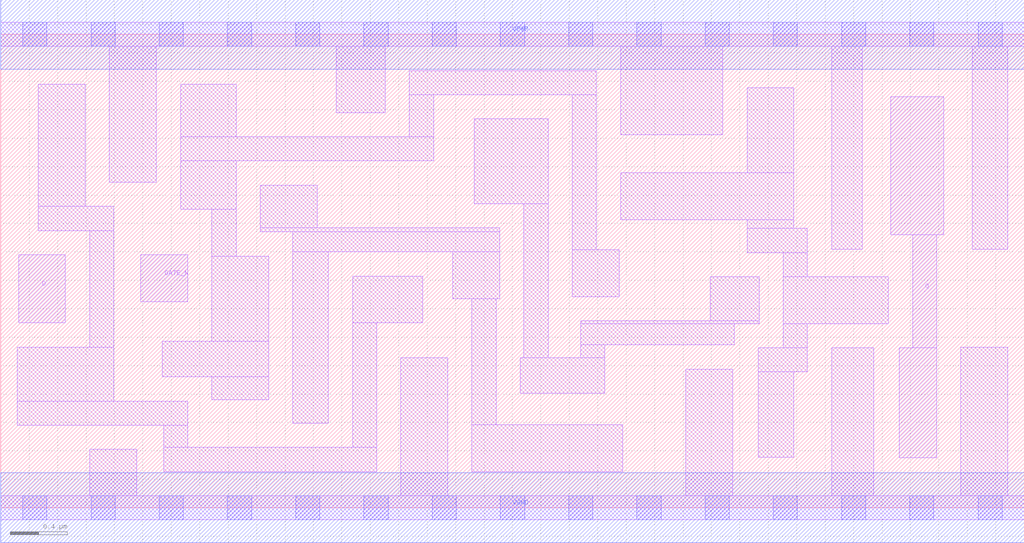
<source format=lef>
# Copyright 2020 The SkyWater PDK Authors
#
# Licensed under the Apache License, Version 2.0 (the "License");
# you may not use this file except in compliance with the License.
# You may obtain a copy of the License at
#
#     https://www.apache.org/licenses/LICENSE-2.0
#
# Unless required by applicable law or agreed to in writing, software
# distributed under the License is distributed on an "AS IS" BASIS,
# WITHOUT WARRANTIES OR CONDITIONS OF ANY KIND, either express or implied.
# See the License for the specific language governing permissions and
# limitations under the License.
#
# SPDX-License-Identifier: Apache-2.0

VERSION 5.7 ;
  NAMESCASESENSITIVE ON ;
  NOWIREEXTENSIONATPIN ON ;
  DIVIDERCHAR "/" ;
  BUSBITCHARS "[]" ;
UNITS
  DATABASE MICRONS 200 ;
END UNITS
MACRO sky130_fd_sc_ms__dlxtn_2
  CLASS CORE ;
  SOURCE USER ;
  FOREIGN sky130_fd_sc_ms__dlxtn_2 ;
  ORIGIN  0.000000  0.000000 ;
  SIZE  7.200000 BY  3.330000 ;
  SYMMETRY X Y ;
  SITE unit ;
  PIN D
    ANTENNAGATEAREA  0.233700 ;
    DIRECTION INPUT ;
    USE SIGNAL ;
    PORT
      LAYER li1 ;
        RECT 0.125000 1.300000 0.455000 1.780000 ;
    END
  END D
  PIN Q
    ANTENNADIFFAREA  0.604400 ;
    DIRECTION OUTPUT ;
    USE SIGNAL ;
    PORT
      LAYER li1 ;
        RECT 6.260000 1.920000 6.635000 2.890000 ;
        RECT 6.320000 0.350000 6.585000 1.125000 ;
        RECT 6.415000 1.125000 6.585000 1.920000 ;
    END
  END Q
  PIN GATE_N
    ANTENNAGATEAREA  0.262200 ;
    DIRECTION INPUT ;
    USE CLOCK ;
    PORT
      LAYER li1 ;
        RECT 0.985000 1.450000 1.315000 1.780000 ;
    END
  END GATE_N
  PIN VGND
    DIRECTION INOUT ;
    USE GROUND ;
    PORT
      LAYER met1 ;
        RECT 0.000000 -0.245000 7.200000 0.245000 ;
    END
  END VGND
  PIN VPWR
    DIRECTION INOUT ;
    USE POWER ;
    PORT
      LAYER met1 ;
        RECT 0.000000 3.085000 7.200000 3.575000 ;
    END
  END VPWR
  OBS
    LAYER li1 ;
      RECT 0.000000 -0.085000 7.200000 0.085000 ;
      RECT 0.000000  3.245000 7.200000 3.415000 ;
      RECT 0.115000  0.580000 1.315000 0.750000 ;
      RECT 0.115000  0.750000 0.795000 1.130000 ;
      RECT 0.265000  1.950000 0.795000 2.120000 ;
      RECT 0.265000  2.120000 0.595000 2.980000 ;
      RECT 0.625000  0.085000 0.955000 0.410000 ;
      RECT 0.625000  1.130000 0.795000 1.950000 ;
      RECT 0.765000  2.290000 1.095000 3.245000 ;
      RECT 1.135000  0.920000 1.885000 1.170000 ;
      RECT 1.145000  0.255000 2.645000 0.425000 ;
      RECT 1.145000  0.425000 1.315000 0.580000 ;
      RECT 1.265000  2.100000 1.655000 2.440000 ;
      RECT 1.265000  2.440000 3.045000 2.610000 ;
      RECT 1.265000  2.610000 1.655000 2.980000 ;
      RECT 1.485000  0.760000 1.885000 0.920000 ;
      RECT 1.485000  1.170000 1.885000 1.770000 ;
      RECT 1.485000  1.770000 1.655000 2.100000 ;
      RECT 1.825000  1.940000 3.510000 1.970000 ;
      RECT 1.825000  1.970000 2.225000 2.270000 ;
      RECT 2.055000  0.595000 2.305000 1.800000 ;
      RECT 2.055000  1.800000 3.510000 1.940000 ;
      RECT 2.360000  2.780000 2.705000 3.245000 ;
      RECT 2.475000  0.425000 2.645000 1.300000 ;
      RECT 2.475000  1.300000 2.970000 1.630000 ;
      RECT 2.815000  0.085000 3.145000 1.055000 ;
      RECT 2.875000  2.610000 3.045000 2.905000 ;
      RECT 2.875000  2.905000 4.190000 3.075000 ;
      RECT 3.180000  1.470000 3.510000 1.800000 ;
      RECT 3.315000  0.255000 4.375000 0.585000 ;
      RECT 3.315000  0.585000 3.485000 1.470000 ;
      RECT 3.330000  2.140000 3.850000 2.735000 ;
      RECT 3.655000  0.805000 4.250000 1.055000 ;
      RECT 3.680000  1.055000 3.850000 2.140000 ;
      RECT 4.020000  1.485000 4.350000 1.815000 ;
      RECT 4.020000  1.815000 4.190000 2.905000 ;
      RECT 4.080000  1.055000 4.250000 1.145000 ;
      RECT 4.080000  1.145000 5.160000 1.295000 ;
      RECT 4.080000  1.295000 5.335000 1.315000 ;
      RECT 4.360000  2.025000 5.580000 2.355000 ;
      RECT 4.360000  2.625000 5.080000 3.245000 ;
      RECT 4.820000  0.085000 5.150000 0.975000 ;
      RECT 4.990000  1.315000 5.335000 1.625000 ;
      RECT 5.250000  1.795000 5.675000 1.965000 ;
      RECT 5.250000  1.965000 5.580000 2.025000 ;
      RECT 5.250000  2.355000 5.580000 2.955000 ;
      RECT 5.330000  0.355000 5.580000 0.955000 ;
      RECT 5.330000  0.955000 5.675000 1.125000 ;
      RECT 5.505000  1.125000 5.675000 1.295000 ;
      RECT 5.505000  1.295000 6.245000 1.625000 ;
      RECT 5.505000  1.625000 5.675000 1.795000 ;
      RECT 5.845000  0.085000 6.140000 1.125000 ;
      RECT 5.845000  1.820000 6.060000 3.245000 ;
      RECT 6.755000  0.085000 7.085000 1.130000 ;
      RECT 6.835000  1.820000 7.085000 3.245000 ;
    LAYER mcon ;
      RECT 0.155000 -0.085000 0.325000 0.085000 ;
      RECT 0.155000  3.245000 0.325000 3.415000 ;
      RECT 0.635000 -0.085000 0.805000 0.085000 ;
      RECT 0.635000  3.245000 0.805000 3.415000 ;
      RECT 1.115000 -0.085000 1.285000 0.085000 ;
      RECT 1.115000  3.245000 1.285000 3.415000 ;
      RECT 1.595000 -0.085000 1.765000 0.085000 ;
      RECT 1.595000  3.245000 1.765000 3.415000 ;
      RECT 2.075000 -0.085000 2.245000 0.085000 ;
      RECT 2.075000  3.245000 2.245000 3.415000 ;
      RECT 2.555000 -0.085000 2.725000 0.085000 ;
      RECT 2.555000  3.245000 2.725000 3.415000 ;
      RECT 3.035000 -0.085000 3.205000 0.085000 ;
      RECT 3.035000  3.245000 3.205000 3.415000 ;
      RECT 3.515000 -0.085000 3.685000 0.085000 ;
      RECT 3.515000  3.245000 3.685000 3.415000 ;
      RECT 3.995000 -0.085000 4.165000 0.085000 ;
      RECT 3.995000  3.245000 4.165000 3.415000 ;
      RECT 4.475000 -0.085000 4.645000 0.085000 ;
      RECT 4.475000  3.245000 4.645000 3.415000 ;
      RECT 4.955000 -0.085000 5.125000 0.085000 ;
      RECT 4.955000  3.245000 5.125000 3.415000 ;
      RECT 5.435000 -0.085000 5.605000 0.085000 ;
      RECT 5.435000  3.245000 5.605000 3.415000 ;
      RECT 5.915000 -0.085000 6.085000 0.085000 ;
      RECT 5.915000  3.245000 6.085000 3.415000 ;
      RECT 6.395000 -0.085000 6.565000 0.085000 ;
      RECT 6.395000  3.245000 6.565000 3.415000 ;
      RECT 6.875000 -0.085000 7.045000 0.085000 ;
      RECT 6.875000  3.245000 7.045000 3.415000 ;
  END
END sky130_fd_sc_ms__dlxtn_2
END LIBRARY

</source>
